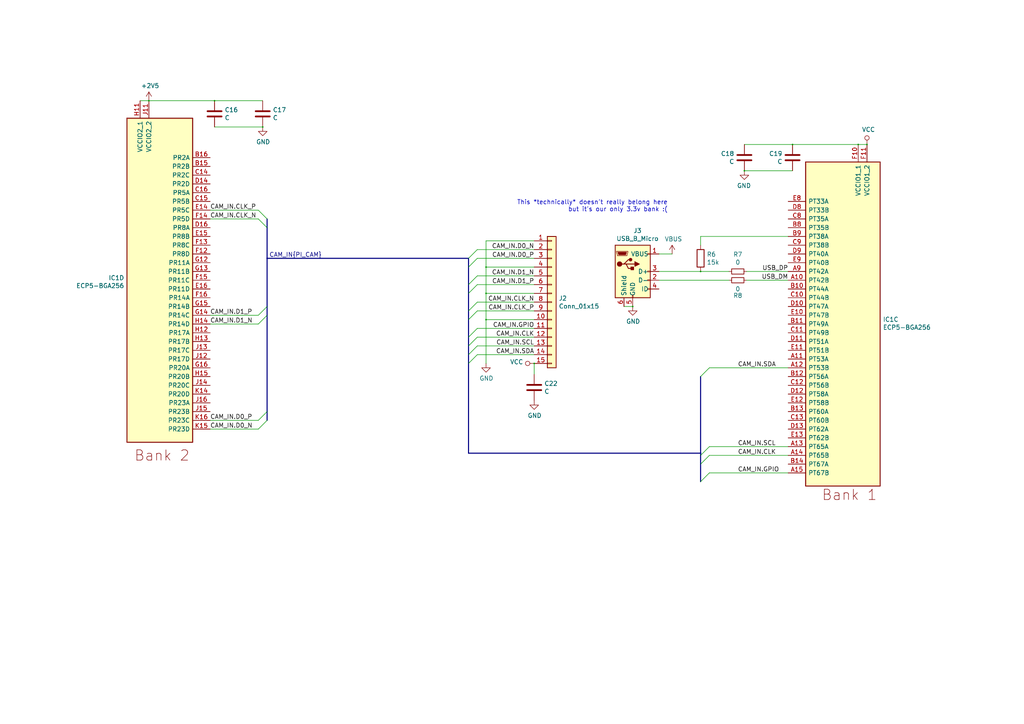
<source format=kicad_sch>
(kicad_sch (version 20200820) (host eeschema "5.99.0-unknown-35eda030a~103~ubuntu20.04.1")
  (page 2 6)
  (paper "A4")
  (lib_symbols
    (symbol "Connector:USB_B_Micro"
      (property "Reference" "J" (at -5.08 11.43 0))
      (property "Value" "USB_B_Micro" (at -5.08 8.89 0))
      (symbol "USB_B_Micro_0_1"
        (circle (center -3.81 2.159) (radius 0.635) (stroke (width 0.254)) (fill (type outline)))
        (circle (center -0.635 3.429) (radius 0.381) (stroke (width 0.254)) (fill (type outline)))
        (rectangle (start -5.08 -7.62) (end 5.08 7.62) (stroke (width 0.254)) (fill (type background)))
        (rectangle (start -0.127 -7.62) (end 0.127 -6.858))
        (rectangle (start 0.254 1.27) (end -0.508 0.508) (stroke (width 0.254)) (fill (type outline)))
        (rectangle (start 5.08 -5.207) (end 4.318 -4.953))
        (rectangle (start 5.08 -2.667) (end 4.318 -2.413))
        (rectangle (start 5.08 -0.127) (end 4.318 0.127))
        (rectangle (start 5.08 4.953) (end 4.318 5.207))
        (polyline (pts (xy -1.905 2.159) (xy 0.635 2.159)) (stroke (width 0.254)))
        (polyline (pts (xy -3.175 2.159) (xy -2.54 2.159) (xy -1.27 3.429) (xy -0.635 3.429)) (stroke (width 0.254)))
        (polyline (pts (xy -2.54 2.159) (xy -1.905 2.159) (xy -1.27 0.889) (xy 0 0.889)) (stroke (width 0.254)))
        (polyline (pts (xy 0.635 2.794) (xy 0.635 1.524) (xy 1.905 2.159) (xy 0.635 2.794)) (stroke (width 0.254)) (fill (type outline)))
        (polyline (pts (xy -4.318 5.588) (xy -1.778 5.588) (xy -2.032 4.826) (xy -4.064 4.826) (xy -4.318 5.588)) (fill (type outline)))
        (polyline (pts (xy -4.699 5.842) (xy -4.699 5.588) (xy -4.445 4.826) (xy -4.445 4.572) (xy -1.651 4.572) (xy -1.651 4.826) (xy -1.397 5.588) (xy -1.397 5.842) (xy -4.699 5.842)))
      )
      (symbol "USB_B_Micro_1_1"
        (pin power_out line (at 7.62 5.08 180) (length 2.54) (name "VBUS") (number "1"))
        (pin passive line (at 7.62 -2.54 180) (length 2.54) (name "D-") (number "2"))
        (pin passive line (at 7.62 0 180) (length 2.54) (name "D+") (number "3"))
        (pin passive line (at 7.62 -5.08 180) (length 2.54) (name "ID") (number "4"))
        (pin power_out line (at 0 -10.16 90) (length 2.54) (name "GND") (number "5"))
        (pin passive line (at -2.54 -10.16 90) (length 2.54) (name "Shield") (number "6"))
      )
    )
    (symbol "Connector_Generic:Conn_01x15" (pin_names hide)
      (property "Reference" "J" (at 0 20.32 0))
      (property "Value" "Conn_01x15" (at 0 -20.32 0))
      (symbol "Conn_01x15_1_1"
        (rectangle (start -1.27 -4.953) (end 0 -5.207) (stroke (width 0.1524)))
        (rectangle (start -1.27 -7.493) (end 0 -7.747) (stroke (width 0.1524)))
        (rectangle (start -1.27 -10.033) (end 0 -10.287) (stroke (width 0.1524)))
        (rectangle (start -1.27 -12.573) (end 0 -12.827) (stroke (width 0.1524)))
        (rectangle (start -1.27 -15.113) (end 0 -15.367) (stroke (width 0.1524)))
        (rectangle (start -1.27 -17.653) (end 0 -17.907) (stroke (width 0.1524)))
        (rectangle (start -1.27 -2.413) (end 0 -2.667) (stroke (width 0.1524)))
        (rectangle (start -1.27 2.667) (end 0 2.413) (stroke (width 0.1524)))
        (rectangle (start -1.27 5.207) (end 0 4.953) (stroke (width 0.1524)))
        (rectangle (start -1.27 7.747) (end 0 7.493) (stroke (width 0.1524)))
        (rectangle (start -1.27 10.287) (end 0 10.033) (stroke (width 0.1524)))
        (rectangle (start -1.27 0.127) (end 0 -0.127) (stroke (width 0.1524)))
        (rectangle (start -1.27 12.827) (end 0 12.573) (stroke (width 0.1524)))
        (rectangle (start -1.27 15.367) (end 0 15.113) (stroke (width 0.1524)))
        (rectangle (start -1.27 17.907) (end 0 17.653) (stroke (width 0.1524)))
        (rectangle (start -1.27 19.05) (end 1.27 -19.05) (stroke (width 0.254)) (fill (type background)))
        (pin passive line (at -5.08 17.78 0) (length 3.81) (name "Pin_1") (number "1"))
        (pin passive line (at -5.08 -5.08 0) (length 3.81) (name "Pin_10") (number "10"))
        (pin passive line (at -5.08 -7.62 0) (length 3.81) (name "Pin_11") (number "11"))
        (pin passive line (at -5.08 -10.16 0) (length 3.81) (name "Pin_12") (number "12"))
        (pin passive line (at -5.08 -12.7 0) (length 3.81) (name "Pin_13") (number "13"))
        (pin passive line (at -5.08 -15.24 0) (length 3.81) (name "Pin_14") (number "14"))
        (pin passive line (at -5.08 -17.78 0) (length 3.81) (name "Pin_15") (number "15"))
        (pin passive line (at -5.08 15.24 0) (length 3.81) (name "Pin_2") (number "2"))
        (pin passive line (at -5.08 12.7 0) (length 3.81) (name "Pin_3") (number "3"))
        (pin passive line (at -5.08 10.16 0) (length 3.81) (name "Pin_4") (number "4"))
        (pin passive line (at -5.08 7.62 0) (length 3.81) (name "Pin_5") (number "5"))
        (pin passive line (at -5.08 5.08 0) (length 3.81) (name "Pin_6") (number "6"))
        (pin passive line (at -5.08 2.54 0) (length 3.81) (name "Pin_7") (number "7"))
        (pin passive line (at -5.08 0 0) (length 3.81) (name "Pin_8") (number "8"))
        (pin passive line (at -5.08 -2.54 0) (length 3.81) (name "Pin_9") (number "9"))
      )
    )
    (symbol "Device:C" (pin_numbers hide) (pin_names (offset 0.254))
      (property "Reference" "C" (at 0.635 2.54 0))
      (property "Value" "C" (at 0.635 -2.54 0))
      (symbol "C_0_1"
        (polyline (pts (xy -2.032 -0.762) (xy 2.032 -0.762)) (stroke (width 0.508)))
        (polyline (pts (xy -2.032 0.762) (xy 2.032 0.762)) (stroke (width 0.508)))
      )
      (symbol "C_1_1"
        (pin passive line (at 0 3.81 270) (length 2.794) (name "~") (number "1"))
        (pin passive line (at 0 -3.81 90) (length 2.794) (name "~") (number "2"))
      )
    )
    (symbol "Device:R" (pin_numbers hide) (pin_names (offset 0))
      (property "Reference" "R" (at 2.032 0 90))
      (property "Value" "R" (at 0 0 90))
      (symbol "R_0_1"
        (rectangle (start -1.016 -2.54) (end 1.016 2.54) (stroke (width 0.254)))
      )
      (symbol "R_1_1"
        (pin passive line (at 0 3.81 270) (length 1.27) (name "~") (number "1"))
        (pin passive line (at 0 -3.81 90) (length 1.27) (name "~") (number "2"))
      )
    )
    (symbol "Device:R_Small" (pin_numbers hide) (pin_names (offset 0.254) hide)
      (property "Reference" "R" (at 0.762 0.508 0))
      (property "Value" "R_Small" (at 0.762 -1.016 0))
      (symbol "R_Small_0_1"
        (rectangle (start -0.762 1.778) (end 0.762 -1.778) (stroke (width 0.2032)))
      )
      (symbol "R_Small_1_1"
        (pin passive line (at 0 2.54 270) (length 0.762) (name "~") (number "1"))
        (pin passive line (at 0 -2.54 90) (length 0.762) (name "~") (number "2"))
      )
    )
    (symbol "mini_mipi:ECP5-BGA256" (pin_names (offset 0.762))
      (property "Reference" "IC" (at -2.54 1.27 0))
      (property "Value" "ECP5-BGA256" (at 10.16 1.27 0))
      (symbol "ECP5-BGA256_8_0"
        (text "(Config)" (at 13.97 -97.79 0) (effects (font (size 2.9972 2.9972))))
        (text "Bank 8" (at 13.97 -92.71 0) (effects (font (size 2.9972 2.9972))))
      )
      (symbol "ECP5-BGA256_1_1"
        (text "FPGA Supplies" (at 19.05 -76.2 0) (effects (font (size 2.9972 2.9972))))
        (pin power_in line (at 38.1 -2.54 180) (length 5.08) (name "GND_1") (number "A1"))
        (pin power_in line (at 38.1 -5.08 180) (length 5.08) (name "GND_2") (number "A16"))
        (pin power_in line (at 38.1 -10.16 180) (length 5.08) (name "GND_4") (number "D15"))
        (pin power_in line (at 38.1 -7.62 180) (length 5.08) (name "GND_3") (number "D2"))
        (pin power_in line (at 38.1 -12.7 180) (length 5.08) (name "GND_5") (number "F8"))
        (pin power_in line (at 38.1 -15.24 180) (length 5.08) (name "GND_6") (number "F9"))
        (pin power_in line (at 38.1 -20.32 180) (length 5.08) (name "GND_8") (number "G10"))
        (pin power_in line (at 0 -66.04 0) (length 5.08) (name "VCCAUX_1") (number "G11"))
        (pin power_in line (at 0 -2.54 0) (length 5.08) (name "VCC_1") (number "G6"))
        (pin power_in line (at 0 -5.08 0) (length 5.08) (name "VCC_2") (number "G7"))
        (pin power_in line (at 38.1 -17.78 180) (length 5.08) (name "GND_7") (number "G8"))
        (pin power_in line (at 0 -7.62 0) (length 5.08) (name "VCC_3") (number "G9"))
        (pin power_in line (at 38.1 -22.86 180) (length 5.08) (name "GND_9") (number "H1"))
        (pin power_in line (at 38.1 -30.48 180) (length 5.08) (name "GND_12") (number "H10"))
        (pin power_in line (at 38.1 -33.02 180) (length 5.08) (name "GND_13") (number "H16"))
        (pin power_in line (at 38.1 -25.4 180) (length 5.08) (name "GND_10") (number "H8"))
        (pin power_in line (at 38.1 -27.94 180) (length 5.08) (name "GND_11") (number "H9"))
        (pin power_in line (at 38.1 -40.64 180) (length 5.08) (name "GND_16") (number "J10"))
        (pin power_in line (at 38.1 -35.56 180) (length 5.08) (name "GND_14") (number "J8"))
        (pin power_in line (at 38.1 -38.1 180) (length 5.08) (name "GND_15") (number "J9"))
        (pin power_in line (at 38.1 -53.34 180) (length 5.08) (name "GND_21") (number "K10"))
        (pin power_in line (at 38.1 -43.18 180) (length 5.08) (name "GND_17") (number "K6"))
        (pin power_in line (at 38.1 -45.72 180) (length 5.08) (name "GND_18") (number "K7"))
        (pin power_in line (at 38.1 -48.26 180) (length 5.08) (name "GND_19") (number "K8"))
        (pin power_in line (at 38.1 -50.8 180) (length 5.08) (name "GND_20") (number "K9"))
        (pin power_in line (at 0 -15.24 0) (length 5.08) (name "VCC_6") (number "L10"))
        (pin power_in line (at 0 -68.58 0) (length 5.08) (name "VCCAUX_2") (number "L7"))
        (pin power_in line (at 0 -10.16 0) (length 5.08) (name "VCC_4") (number "L8"))
        (pin power_in line (at 0 -12.7 0) (length 5.08) (name "VCC_5") (number "L9"))
        (pin power_in line (at 38.1 -58.42 180) (length 5.08) (name "GND_23") (number "N15"))
        (pin power_in line (at 38.1 -55.88 180) (length 5.08) (name "GND_22") (number "N2"))
        (pin power_in line (at 38.1 -60.96 180) (length 5.08) (name "GND_24") (number "T1"))
        (pin power_in line (at 38.1 -66.04 180) (length 5.08) (name "GND_26") (number "T12"))
        (pin bidirectional line (at 38.1 -68.58 180) (length 5.08) (name "GND_27") (number "T16"))
        (pin power_in line (at 38.1 -63.5 180) (length 5.08) (name "GND_25") (number "T5"))
      )
      (symbol "ECP5-BGA256_2_1"
        (text "Bank 0" (at 10.16 -78.74 0) (effects (font (size 2.9972 2.9972))))
        (rectangle (start 0 0) (end 19.05 -74.93) (stroke (width 0.3048)) (fill (type background)))
        (pin bidirectional line (at 24.13 -11.43 180) (length 5.08) (name "PT4A") (number "A2"))
        (pin bidirectional line (at 24.13 -16.51 180) (length 5.08) (name "PT6A") (number "A3"))
        (pin bidirectional line (at 24.13 -19.05 180) (length 5.08) (name "PT6B") (number "A4"))
        (pin bidirectional line (at 24.13 -43.18 180) (length 5.08) (name "PT18A") (number "A5"))
        (pin bidirectional line (at 24.13 -45.72 180) (length 5.08) (name "PT18B") (number "A6"))
        (pin bidirectional line (at 24.13 -68.58 180) (length 5.08) (name "PT29A") (number "A7"))
        (pin bidirectional line (at 24.13 -71.12 180) (length 5.08) (name "PT29B") (number "A8"))
        (pin bidirectional line (at 24.13 -13.97 180) (length 5.08) (name "PT4B") (number "B3"))
        (pin bidirectional line (at 24.13 -29.21 180) (length 5.08) (name "PT11B") (number "B4"))
        (pin bidirectional line (at 24.13 -39.37 180) (length 5.08) (name "PT15B") (number "B5"))
        (pin bidirectional line (at 24.13 -55.88 180) (length 5.08) (name "PT22B") (number "B6"))
        (pin bidirectional line (at 24.13 -66.04 180) (length 5.08) (name "PT27B") (number "B7"))
        (pin bidirectional line (at 24.13 -26.67 180) (length 5.08) (name "PT11A") (number "C4"))
        (pin bidirectional line (at 24.13 -36.83 180) (length 5.08) (name "PT15A") (number "C5"))
        (pin bidirectional line (at 24.13 -53.34 180) (length 5.08) (name "PT22A") (number "C6"))
        (pin bidirectional line (at 24.13 -63.5 180) (length 5.08) (name "PT27A") (number "C7"))
        (pin bidirectional line (at 24.13 -24.13 180) (length 5.08) (name "PT9B") (number "D4"))
        (pin bidirectional line (at 24.13 -34.29 180) (length 5.08) (name "PT13B") (number "D5"))
        (pin bidirectional line (at 24.13 -50.8 180) (length 5.08) (name "PT20B") (number "D6"))
        (pin bidirectional line (at 24.13 -60.96 180) (length 5.08) (name "PT24B") (number "D7"))
        (pin bidirectional line (at 24.13 -21.59 180) (length 5.08) (name "PT9A") (number "E4"))
        (pin bidirectional line (at 24.13 -31.75 180) (length 5.08) (name "PT13A") (number "E5"))
        (pin bidirectional line (at 24.13 -48.26 180) (length 5.08) (name "PT20A") (number "E6"))
        (pin bidirectional line (at 24.13 -58.42 180) (length 5.08) (name "PT24A") (number "E7"))
        (pin power_in line (at 7.62 5.08 270) (length 5.08) (name "VCCIO0_1") (number "F6"))
        (pin power_in line (at 5.08 5.08 270) (length 5.08) (name "VCCIO0_2") (number "F7"))
      )
      (symbol "ECP5-BGA256_3_1"
        (text "Bank 1" (at 8.89 -96.52 0) (effects (font (size 2.9972 2.9972))))
        (pin bidirectional line (at 26.67 -34.29 180) (length 5.08) (name "PT42B") (number "A10"))
        (pin bidirectional line (at 26.67 -57.15 180) (length 5.08) (name "PT53A") (number "A11"))
        (pin bidirectional line (at 26.67 -59.69 180) (length 5.08) (name "PT53B") (number "A12"))
        (pin bidirectional line (at 26.67 -82.55 180) (length 5.08) (name "PT65A") (number "A13"))
        (pin bidirectional line (at 26.67 -85.09 180) (length 5.08) (name "PT65B") (number "A14"))
        (pin bidirectional line (at 26.67 -90.17 180) (length 5.08) (name "PT67B") (number "A15"))
        (pin bidirectional line (at 26.67 -31.75 180) (length 5.08) (name "PT42A") (number "A9"))
        (pin bidirectional line (at 26.67 -36.83 180) (length 5.08) (name "PT44A") (number "B10"))
        (pin bidirectional line (at 26.67 -46.99 180) (length 5.08) (name "PT49A") (number "B11"))
        (pin bidirectional line (at 26.67 -62.23 180) (length 5.08) (name "PT56A") (number "B12"))
        (pin bidirectional line (at 26.67 -72.39 180) (length 5.08) (name "PT60A") (number "B13"))
        (pin bidirectional line (at 26.67 -87.63 180) (length 5.08) (name "PT67A") (number "B14"))
        (pin bidirectional line (at 26.67 -19.05 180) (length 5.08) (name "PT35B") (number "B8"))
        (pin bidirectional line (at 26.67 -21.59 180) (length 5.08) (name "PT38A") (number "B9"))
        (pin bidirectional line (at 26.67 -39.37 180) (length 5.08) (name "PT44B") (number "C10"))
        (pin bidirectional line (at 26.67 -49.53 180) (length 5.08) (name "PT49B") (number "C11"))
        (pin bidirectional line (at 26.67 -64.77 180) (length 5.08) (name "PT56B") (number "C12"))
        (pin bidirectional line (at 26.67 -74.93 180) (length 5.08) (name "PT60B") (number "C13"))
        (pin bidirectional line (at 26.67 -16.51 180) (length 5.08) (name "PT35A") (number "C8"))
        (pin bidirectional line (at 26.67 -24.13 180) (length 5.08) (name "PT38B") (number "C9"))
        (pin bidirectional line (at 26.67 -41.91 180) (length 5.08) (name "PT47A") (number "D10"))
        (pin bidirectional line (at 26.67 -52.07 180) (length 5.08) (name "PT51A") (number "D11"))
        (pin bidirectional line (at 26.67 -67.31 180) (length 5.08) (name "PT58A") (number "D12"))
        (pin bidirectional line (at 26.67 -77.47 180) (length 5.08) (name "PT62A") (number "D13"))
        (pin bidirectional line (at 26.67 -13.97 180) (length 5.08) (name "PT33B") (number "D8"))
        (pin bidirectional line (at 26.67 -26.67 180) (length 5.08) (name "PT40A") (number "D9"))
        (pin bidirectional line (at 26.67 -44.45 180) (length 5.08) (name "PT47B") (number "E10"))
        (pin bidirectional line (at 26.67 -54.61 180) (length 5.08) (name "PT51B") (number "E11"))
        (pin bidirectional line (at 26.67 -69.85 180) (length 5.08) (name "PT58B") (number "E12"))
        (pin bidirectional line (at 26.67 -80.01 180) (length 5.08) (name "PT62B") (number "E13"))
        (pin bidirectional line (at 26.67 -11.43 180) (length 5.08) (name "PT33A") (number "E8"))
        (pin bidirectional line (at 26.67 -29.21 180) (length 5.08) (name "PT40B") (number "E9"))
        (pin power_in line (at 6.35 5.08 270) (length 5.08) (name "VCCIO1_1") (number "F10"))
        (pin power_in line (at 3.81 5.08 270) (length 5.08) (name "VCCIO1_2") (number "F11"))
      )
      (symbol "ECP5-BGA256_4_1"
        (text "Bank 2" (at 10.16 -97.79 0) (effects (font (size 2.9972 2.9972))))
        (rectangle (start 0 0) (end 19.05 -93.98) (stroke (width 0.3048)) (fill (type background)))
        (pin bidirectional line (at 24.13 -13.97 180) (length 5.08) (name "PR2B") (number "B15"))
        (pin bidirectional line (at 24.13 -11.43 180) (length 5.08) (name "PR2A") (number "B16"))
        (pin bidirectional line (at 24.13 -16.51 180) (length 5.08) (name "PR2C") (number "C14"))
        (pin bidirectional line (at 24.13 -24.13 180) (length 5.08) (name "PR5B") (number "C15"))
        (pin bidirectional line (at 24.13 -21.59 180) (length 5.08) (name "PR5A") (number "C16"))
        (pin bidirectional line (at 24.13 -19.05 180) (length 5.08) (name "PR2D") (number "D14"))
        (pin bidirectional line (at 24.13 -31.75 180) (length 5.08) (name "PR8A") (number "D16"))
        (pin bidirectional line (at 24.13 -26.67 180) (length 5.08) (name "PR5C") (number "E14"))
        (pin bidirectional line (at 24.13 -34.29 180) (length 5.08) (name "PR8B") (number "E15"))
        (pin bidirectional line (at 24.13 -49.53 180) (length 5.08) (name "PR11D") (number "E16"))
        (pin bidirectional line (at 24.13 -39.37 180) (length 5.08) (name "PR8D") (number "F12"))
        (pin bidirectional line (at 24.13 -36.83 180) (length 5.08) (name "PR8C") (number "F13"))
        (pin bidirectional line (at 24.13 -29.21 180) (length 5.08) (name "PR5D") (number "F14"))
        (pin bidirectional line (at 24.13 -46.99 180) (length 5.08) (name "PR11C") (number "F15"))
        (pin bidirectional line (at 24.13 -52.07 180) (length 5.08) (name "PR14A") (number "F16"))
        (pin bidirectional line (at 24.13 -41.91 180) (length 5.08) (name "PR11A") (number "G12"))
        (pin bidirectional line (at 24.13 -44.45 180) (length 5.08) (name "PR11B") (number "G13"))
        (pin bidirectional line (at 24.13 -57.15 180) (length 5.08) (name "PR14C") (number "G14"))
        (pin bidirectional line (at 24.13 -54.61 180) (length 5.08) (name "PR14B") (number "G15"))
        (pin bidirectional line (at 24.13 -72.39 180) (length 5.08) (name "PR20A") (number "G16"))
        (pin power_in line (at 3.81 5.08 270) (length 5.08) (name "VCCIO2_1") (number "H11"))
        (pin bidirectional line (at 24.13 -62.23 180) (length 5.08) (name "PR17A") (number "H12"))
        (pin bidirectional line (at 24.13 -64.77 180) (length 5.08) (name "PR17B") (number "H13"))
        (pin bidirectional line (at 24.13 -59.69 180) (length 5.08) (name "PR14D") (number "H14"))
        (pin bidirectional line (at 24.13 -74.93 180) (length 5.08) (name "PR20B") (number "H15"))
        (pin power_in line (at 6.35 5.08 270) (length 5.08) (name "VCCIO2_2") (number "J11"))
        (pin bidirectional line (at 24.13 -69.85 180) (length 5.08) (name "PR17D") (number "J12"))
        (pin bidirectional line (at 24.13 -67.31 180) (length 5.08) (name "PR17C") (number "J13"))
        (pin bidirectional line (at 24.13 -77.47 180) (length 5.08) (name "PR20C") (number "J14"))
        (pin bidirectional line (at 24.13 -85.09 180) (length 5.08) (name "PR23B") (number "J15"))
        (pin bidirectional line (at 24.13 -82.55 180) (length 5.08) (name "PR23A") (number "J16"))
        (pin bidirectional line (at 24.13 -80.01 180) (length 5.08) (name "PR20D") (number "K14"))
        (pin bidirectional line (at 24.13 -90.17 180) (length 5.08) (name "PR23D") (number "K15"))
        (pin bidirectional line (at 24.13 -87.63 180) (length 5.08) (name "PR23C") (number "K16"))
      )
      (symbol "ECP5-BGA256_5_1"
        (text "Bank 3" (at 15.24 -96.52 0) (effects (font (size 2.9972 2.9972))))
        (pin power_in line (at 3.81 5.08 270) (length 5.08) (name "VCCIO3_1") (number "K11"))
        (pin bidirectional line (at 25.4 -22.86 180) (length 5.08) (name "PR29B") (number "K12"))
        (pin bidirectional line (at 25.4 -20.32 180) (length 5.08) (name "PR29A") (number "K13"))
        (pin power_in line (at 6.35 5.08 270) (length 5.08) (name "VCCIO3_2") (number "L11"))
        (pin bidirectional line (at 25.4 -27.94 180) (length 5.08) (name "PR29D") (number "L12"))
        (pin bidirectional line (at 25.4 -25.4 180) (length 5.08) (name "PR29C") (number "L13"))
        (pin bidirectional line (at 25.4 -35.56 180) (length 5.08) (name "PR32C") (number "L14"))
        (pin bidirectional line (at 25.4 -12.7 180) (length 5.08) (name "PR26B") (number "L15"))
        (pin bidirectional line (at 25.4 -10.16 180) (length 5.08) (name "PR26A") (number "L16"))
        (pin bidirectional line (at 25.4 -81.28 180) (length 5.08) (name "PR47A") (number "M11"))
        (pin bidirectional line (at 25.4 -76.2 180) (length 5.08) (name "PR44C") (number "M12"))
        (pin bidirectional line (at 25.4 -45.72 180) (length 5.08) (name "PR35C") (number "M13"))
        (pin bidirectional line (at 25.4 -38.1 180) (length 5.08) (name "PR32D") (number "M14"))
        (pin bidirectional line (at 25.4 -17.78 180) (length 5.08) (name "PR26D") (number "M15"))
        (pin bidirectional line (at 25.4 -15.24 180) (length 5.08) (name "PR26C") (number "M16"))
        (pin bidirectional line (at 25.4 -83.82 180) (length 5.08) (name "PR47B") (number "N11"))
        (pin bidirectional line (at 25.4 -78.74 180) (length 5.08) (name "PR44D") (number "N12"))
        (pin bidirectional line (at 25.4 -50.8 180) (length 5.08) (name "PR38A") (number "N13"))
        (pin bidirectional line (at 25.4 -48.26 180) (length 5.08) (name "PR35D") (number "N14"))
        (pin bidirectional line (at 25.4 -30.48 180) (length 5.08) (name "PR32A") (number "N16"))
        (pin bidirectional line (at 25.4 -86.36 180) (length 5.08) (name "PR47C") (number "P11"))
        (pin bidirectional line (at 25.4 -88.9 180) (length 5.08) (name "PR47D") (number "P12"))
        (pin bidirectional line (at 25.4 -60.96 180) (length 5.08) (name "PR41A") (number "P13"))
        (pin bidirectional line (at 25.4 -53.34 180) (length 5.08) (name "PR38B") (number "P14"))
        (pin bidirectional line (at 25.4 -33.02 180) (length 5.08) (name "PR32B") (number "P15"))
        (pin bidirectional line (at 25.4 -40.64 180) (length 5.08) (name "PR35A") (number "P16"))
        (pin bidirectional line (at 25.4 -71.12 180) (length 5.08) (name "PR44A") (number "R12"))
        (pin bidirectional line (at 25.4 -66.04 180) (length 5.08) (name "PR41C") (number "R13"))
        (pin bidirectional line (at 25.4 -63.5 180) (length 5.08) (name "PR41B") (number "R14"))
        (pin bidirectional line (at 25.4 -55.88 180) (length 5.08) (name "PR38C") (number "R15"))
        (pin bidirectional line (at 25.4 -43.18 180) (length 5.08) (name "PR35B") (number "R16"))
        (pin bidirectional line (at 25.4 -73.66 180) (length 5.08) (name "PR44B") (number "T13"))
        (pin bidirectional line (at 25.4 -68.58 180) (length 5.08) (name "PR41D") (number "T14"))
        (pin bidirectional line (at 25.4 -58.42 180) (length 5.08) (name "PR38D") (number "T15"))
      )
      (symbol "ECP5-BGA256_6_1"
        (text "Bank 6" (at 11.43 -110.49 0) (effects (font (size 2.9972 2.9972))))
        (rectangle (start 0 0) (end 19.05 -106.68) (stroke (width 0.3048)) (fill (type background)))
        (pin power_in line (at 3.81 5.08 270) (length 5.08) (name "VCCIO6_1") (number "J6"))
        (pin power_in line (at 6.35 5.08 270) (length 5.08) (name "VCCIO6_2") (number "J7"))
        (pin bidirectional line (at 24.13 -25.4 180) (length 5.08) (name "PL29A") (number "K4"))
        (pin bidirectional line (at 24.13 -27.94 180) (length 5.08) (name "PL29B") (number "K5"))
        (pin bidirectional line (at 24.13 -13.97 180) (length 5.08) (name "PL26A") (number "L1"))
        (pin bidirectional line (at 24.13 -16.51 180) (length 5.08) (name "PL26B") (number "L2"))
        (pin bidirectional line (at 24.13 -41.91 180) (length 5.08) (name "PL32C") (number "L3"))
        (pin bidirectional line (at 24.13 -30.48 180) (length 5.08) (name "PL29C") (number "L4"))
        (pin bidirectional line (at 24.13 -33.02 180) (length 5.08) (name "PL29D") (number "L5"))
        (pin bidirectional line (at 24.13 -19.05 180) (length 5.08) (name "PL26C") (number "M1"))
        (pin bidirectional line (at 24.13 -21.59 180) (length 5.08) (name "PL26D") (number "M2"))
        (pin bidirectional line (at 24.13 -44.45 180) (length 5.08) (name "PL32D") (number "M3"))
        (pin bidirectional line (at 24.13 -53.34 180) (length 5.08) (name "PL35C") (number "M4"))
        (pin bidirectional line (at 24.13 -78.74 180) (length 5.08) (name "PL44C") (number "M5"))
        (pin bidirectional line (at 24.13 -96.52 180) (length 5.08) (name "PL47A") (number "M6"))
        (pin bidirectional line (at 24.13 -36.83 180) (length 5.08) (name "PL32A") (number "N1"))
        (pin bidirectional line (at 24.13 -55.88 180) (length 5.08) (name "PL35D") (number "N3"))
        (pin bidirectional line (at 24.13 -60.96 180) (length 5.08) (name "PL38A") (number "N4"))
        (pin bidirectional line (at 24.13 -81.28 180) (length 5.08) (name "PL44D") (number "N5"))
        (pin bidirectional line (at 24.13 -99.06 180) (length 5.08) (name "PL47B") (number "N6"))
        (pin bidirectional line (at 24.13 -48.26 180) (length 5.08) (name "PL35A") (number "P1"))
        (pin bidirectional line (at 24.13 -39.37 180) (length 5.08) (name "PL32B") (number "P2"))
        (pin bidirectional line (at 24.13 -63.5 180) (length 5.08) (name "PL38B") (number "P3"))
        (pin bidirectional line (at 24.13 -85.09 180) (length 5.08) (name "PL41A") (number "P4"))
        (pin bidirectional line (at 24.13 -101.6 180) (length 5.08) (name "PL47D") (number "P5"))
        (pin bidirectional line (at 24.13 -104.14 180) (length 5.08) (name "PL47C") (number "P6"))
        (pin bidirectional line (at 24.13 -50.8 180) (length 5.08) (name "PL35B") (number "R1"))
        (pin bidirectional line (at 24.13 -66.04 180) (length 5.08) (name "PL38C") (number "R2"))
        (pin bidirectional line (at 24.13 -87.63 180) (length 5.08) (name "PL41B") (number "R3"))
        (pin bidirectional line (at 24.13 -90.17 180) (length 5.08) (name "PL41C") (number "R4"))
        (pin bidirectional line (at 24.13 -73.66 180) (length 5.08) (name "PL44A") (number "R5"))
        (pin bidirectional line (at 24.13 -68.58 180) (length 5.08) (name "PL38D") (number "T2"))
        (pin bidirectional line (at 24.13 -92.71 180) (length 5.08) (name "PL41D") (number "T3"))
        (pin bidirectional line (at 24.13 -76.2 180) (length 5.08) (name "PL44B") (number "T4"))
      )
      (symbol "ECP5-BGA256_7_1"
        (text "Bank 7" (at 12.7 -113.03 0) (effects (font (size 2.9972 2.9972))))
        (rectangle (start 0 0) (end 20.32 -109.22) (stroke (width 0.3048)) (fill (type background)))
        (pin bidirectional line (at 25.4 -10.16 180) (length 5.08) (name "PL2A") (number "B1"))
        (pin bidirectional line (at 25.4 -12.7 180) (length 5.08) (name "PL2B") (number "B2"))
        (pin bidirectional line (at 25.4 -22.86 180) (length 5.08) (name "PL5A") (number "C1"))
        (pin bidirectional line (at 25.4 -25.4 180) (length 5.08) (name "PL5B") (number "C2"))
        (pin bidirectional line (at 25.4 -15.24 180) (length 5.08) (name "PL2C") (number "C3"))
        (pin bidirectional line (at 25.4 -35.56 180) (length 5.08) (name "PL8A") (number "D1"))
        (pin bidirectional line (at 25.4 -17.78 180) (length 5.08) (name "PL2D") (number "D3"))
        (pin bidirectional line (at 25.4 -54.61 180) (length 5.08) (name "PL11D") (number "E1"))
        (pin bidirectional line (at 25.4 -38.1 180) (length 5.08) (name "PL8B") (number "E2"))
        (pin bidirectional line (at 25.4 -27.94 180) (length 5.08) (name "PL5C") (number "E3"))
        (pin bidirectional line (at 25.4 -59.69 180) (length 5.08) (name "PL14A") (number "F1"))
        (pin bidirectional line (at 25.4 -52.07 180) (length 5.08) (name "PL11C") (number "F2"))
        (pin bidirectional line (at 25.4 -30.48 180) (length 5.08) (name "PL5D") (number "F3"))
        (pin bidirectional line (at 25.4 -40.64 180) (length 5.08) (name "PL8C") (number "F4"))
        (pin bidirectional line (at 25.4 -43.18 180) (length 5.08) (name "PL8D") (number "F5"))
        (pin bidirectional line (at 25.4 -82.55 180) (length 5.08) (name "PL20A") (number "G1"))
        (pin bidirectional line (at 25.4 -62.23 180) (length 5.08) (name "PL14B") (number "G2"))
        (pin bidirectional line (at 25.4 -64.77 180) (length 5.08) (name "PL14C") (number "G3"))
        (pin bidirectional line (at 25.4 -49.53 180) (length 5.08) (name "PL11B") (number "G4"))
        (pin bidirectional line (at 25.4 -46.99 180) (length 5.08) (name "PL11A") (number "G5"))
        (pin bidirectional line (at 25.4 -85.09 180) (length 5.08) (name "PL20B") (number "H2"))
        (pin bidirectional line (at 25.4 -67.31 180) (length 5.08) (name "PL14D") (number "H3"))
        (pin bidirectional line (at 25.4 -73.66 180) (length 5.08) (name "PL17B") (number "H4"))
        (pin bidirectional line (at 25.4 -71.12 180) (length 5.08) (name "PL17A") (number "H5"))
        (pin power_in line (at 7.62 5.08 270) (length 5.08) (name "VCCIO7_1") (number "H6"))
        (pin power_in line (at 5.08 5.08 270) (length 5.08) (name "VCCIO7_2") (number "H7"))
        (pin bidirectional line (at 25.4 -95.25 180) (length 5.08) (name "PL23A") (number "J1"))
        (pin bidirectional line (at 25.4 -97.79 180) (length 5.08) (name "PL23B") (number "J2"))
        (pin bidirectional line (at 25.4 -87.63 180) (length 5.08) (name "PL20C") (number "J3"))
        (pin bidirectional line (at 25.4 -76.2 180) (length 5.08) (name "PL17C") (number "J4"))
        (pin bidirectional line (at 25.4 -78.74 180) (length 5.08) (name "PL17D") (number "J5"))
        (pin bidirectional line (at 25.4 -100.33 180) (length 5.08) (name "PL23C") (number "K1"))
        (pin bidirectional line (at 25.4 -102.87 180) (length 5.08) (name "PL23D") (number "K2"))
        (pin bidirectional line (at 25.4 -90.17 180) (length 5.08) (name "PL20D") (number "K3"))
      )
      (symbol "ECP5-BGA256_1_0"
        (rectangle (start 5.08 0) (end 33.02 -71.12) (stroke (width 0.3048)) (fill (type background)))
      )
      (symbol "ECP5-BGA256_3_0"
        (rectangle (start 0 0) (end 21.59 -93.98) (stroke (width 0.3048)) (fill (type background)))
      )
      (symbol "ECP5-BGA256_5_0"
        (rectangle (start 0 0) (end 20.32 -91.44) (stroke (width 0.3048)) (fill (type background)))
      )
      (symbol "ECP5-BGA256_8_1"
        (rectangle (start 0 0) (end 21.59 -88.9) (stroke (width 0.3048)) (fill (type background)))
        (pin power_in line (at 5.08 5.08 270) (length 5.08) (name "VCCIO8") (number "L6"))
        (pin output line (at 26.67 -57.15 180) (length 5.08) (name "TDO") (number "M10"))
        (pin bidirectional line (at 26.67 -24.13 180) (length 5.08) (name "D2/PB9B") (number "M7"))
        (pin bidirectional line (at 26.67 -39.37 180) (length 5.08) (name "DOUT/CSON/PB15B") (number "M8"))
        (pin bidirectional line (at 26.67 -41.91 180) (length 5.08) (name "WRITEEN/PB18A") (number "M9"))
        (pin input line (at 26.67 -68.58 180) (length 5.08) (name "CFG_0") (number "N10"))
        (pin bidirectional line (at 26.67 -21.59 180) (length 5.08) (name "D3/PB9A") (number "N7"))
        (pin bidirectional line (at 26.67 -36.83 180) (length 5.08) (name "HOLDN/CSN/PB15A") (number "N8"))
        (pin bidirectional line (at 26.67 -63.5 180) (length 5.08) (name "MCLK/SCLK/CCLK") (number "N9"))
        (pin input line (at 26.67 -71.12 180) (length 5.08) (name "CFG_1") (number "P10"))
        (pin bidirectional line (at 26.67 -19.05 180) (length 5.08) (name "D4/COPI2/PB6B") (number "P7"))
        (pin bidirectional line (at 26.67 -34.29 180) (length 5.08) (name "CS1N/PB13B") (number "P8"))
        (pin bidirectional line (at 26.67 -80.01 180) (length 5.08) (name "DONE") (number "P9"))
        (pin input line (at 26.67 -73.66 180) (length 5.08) (name "CFG_2") (number "R10"))
        (pin input line (at 26.67 -54.61 180) (length 5.08) (name "TDI") (number "R11"))
        (pin bidirectional line (at 26.67 -13.97 180) (length 5.08) (name "D6/PB4B") (number "R6"))
        (pin bidirectional line (at 26.67 -16.51 180) (length 5.08) (name "D5/CIPO2/PB6A") (number "R7"))
        (pin bidirectional line (at 26.67 -31.75 180) (length 5.08) (name "SN/CSN/PB13A") (number "R8"))
        (pin bidirectional line (at 26.67 -85.09 180) (length 5.08) (name "PROGRAMN") (number "R9"))
        (pin input line (at 26.67 -52.07 180) (length 5.08) (name "TCK") (number "T10"))
        (pin input line (at 26.67 -49.53 180) (length 5.08) (name "TMS") (number "T11"))
        (pin bidirectional line (at 26.67 -11.43 180) (length 5.08) (name "D7/PB4A") (number "T6"))
        (pin bidirectional line (at 26.67 -26.67 180) (length 5.08) (name "D1/CIPO/PB11A") (number "T7"))
        (pin bidirectional line (at 26.67 -29.21 180) (length 5.08) (name "D0/COPI/PB11B") (number "T8"))
        (pin bidirectional line (at 26.67 -82.55 180) (length 5.08) (name "INITN") (number "T9"))
      )
    )
    (symbol "power:+2V5" (power) (pin_names (offset 0))
      (property "Value" "+2V5" (at 0 3.556 0))
      (symbol "+2V5_0_1"
        (polyline (pts (xy -0.762 1.27) (xy 0 2.54)))
        (polyline (pts (xy 0 0) (xy 0 2.54)))
        (polyline (pts (xy 0 2.54) (xy 0.762 1.27)))
      )
      (symbol "+2V5_1_1"
        (pin power_in line (at 0 0 90) (length 0) hide (name "+2V5") (number "1"))
      )
    )
    (symbol "power:GND" (power) (pin_names (offset 0))
      (property "Value" "GND" (at 0 -3.81 0))
      (symbol "GND_0_1"
        (polyline (pts (xy 0 0) (xy 0 -1.27) (xy 1.27 -1.27) (xy 0 -2.54) (xy -1.27 -1.27) (xy 0 -1.27)))
      )
      (symbol "GND_1_1"
        (pin power_in line (at 0 0 270) (length 0) hide (name "GND") (number "1"))
      )
    )
    (symbol "power:VBUS" (power) (pin_names (offset 0))
      (property "Value" "VBUS" (at 0 3.81 0))
      (symbol "VBUS_0_1"
        (polyline (pts (xy -0.762 1.27) (xy 0 2.54)))
        (polyline (pts (xy 0 0) (xy 0 2.54)))
        (polyline (pts (xy 0 2.54) (xy 0.762 1.27)))
      )
      (symbol "VBUS_1_1"
        (pin power_in line (at 0 0 90) (length 0) hide (name "VBUS") (number "1"))
      )
    )
    (symbol "power:VCC" (power) (pin_names (offset 0))
      (property "Value" "VCC" (at 0 3.81 0))
      (symbol "VCC_0_1"
        (circle (center 0 1.905) (radius 0.635))
        (polyline (pts (xy 0 0) (xy 0 1.27)))
      )
      (symbol "VCC_1_1"
        (pin power_in line (at 0 0 90) (length 0) hide (name "VCC") (number "1"))
      )
    )
  )
  (bus_alias "PI_CAM" (members "D0_P" "D0_N" "D1_P" "D1_N" "CLK_P" "CLK_N" "GPIO" "CLK" "SCL" "SDA"))
  (junction (at 43.18 29.21) (diameter 0.3048))
  (junction (at 62.23 29.21) (diameter 0.3048))
  (junction (at 76.2 36.83) (diameter 0.3048))
  (junction (at 140.97 77.47) (diameter 0.3048))
  (junction (at 140.97 85.09) (diameter 0.3048))
  (junction (at 140.97 92.71) (diameter 0.3048))
  (junction (at 154.94 105.41) (diameter 0.3048))
  (junction (at 183.515 88.9) (diameter 0.3048))
  (junction (at 203.2 78.74) (diameter 0.3048))
  (junction (at 215.9 49.53) (diameter 0.3048))
  (junction (at 229.87 41.91) (diameter 0.3048))
  (junction (at 248.92 41.91) (diameter 0.3048))
  (junction (at 251.46 41.91) (diameter 0.3048))
  (junction (at 77.47 74.93) (diameter 0.3048))
  (junction (at 203.2 131.445) (diameter 0.3048))
  (bus_entry (at 74.93 60.96) (size 2.54 2.54) (stroke (width 0.1524)))
  (bus_entry (at 74.93 63.5) (size 2.54 2.54) (stroke (width 0.1524)))
  (bus_entry (at 74.93 91.44) (size 2.54 -2.54) (stroke (width 0.1524)))
  (bus_entry (at 74.93 93.98) (size 2.54 -2.54) (stroke (width 0.1524)))
  (bus_entry (at 74.93 121.92) (size 2.54 -2.54) (stroke (width 0.1524)))
  (bus_entry (at 74.93 124.46) (size 2.54 -2.54) (stroke (width 0.1524)))
  (bus_entry (at 138.43 72.39) (size -2.54 2.54) (stroke (width 0.1524)))
  (bus_entry (at 138.43 74.93) (size -2.54 2.54) (stroke (width 0.1524)))
  (bus_entry (at 138.43 80.01) (size -2.54 2.54) (stroke (width 0.1524)))
  (bus_entry (at 138.43 82.55) (size -2.54 2.54) (stroke (width 0.1524)))
  (bus_entry (at 138.43 87.63) (size -2.54 2.54) (stroke (width 0.1524)))
  (bus_entry (at 138.43 90.17) (size -2.54 2.54) (stroke (width 0.1524)))
  (bus_entry (at 138.43 95.25) (size -2.54 2.54) (stroke (width 0.1524)))
  (bus_entry (at 138.43 97.79) (size -2.54 2.54) (stroke (width 0.1524)))
  (bus_entry (at 138.43 100.33) (size -2.54 2.54) (stroke (width 0.1524)))
  (bus_entry (at 138.43 102.87) (size -2.54 2.54) (stroke (width 0.1524)))
  (bus_entry (at 203.2 109.22) (size 2.54 -2.54) (stroke (width 0.1524)))
  (bus_entry (at 203.2 132.08) (size 2.54 -2.54) (stroke (width 0.1524)))
  (bus_entry (at 203.2 134.62) (size 2.54 -2.54) (stroke (width 0.1524)))
  (bus_entry (at 203.2 139.7) (size 2.54 -2.54) (stroke (width 0.1524)))
  (wire (pts (xy 40.64 29.21) (xy 43.18 29.21)))
  (wire (pts (xy 43.18 29.21) (xy 62.23 29.21)))
  (wire (pts (xy 60.96 60.96) (xy 74.93 60.96)))
  (wire (pts (xy 60.96 63.5) (xy 74.93 63.5)))
  (wire (pts (xy 60.96 91.44) (xy 74.93 91.44)))
  (wire (pts (xy 60.96 93.98) (xy 74.93 93.98)))
  (wire (pts (xy 60.96 121.92) (xy 74.93 121.92)))
  (wire (pts (xy 60.96 124.46) (xy 74.93 124.46)))
  (wire (pts (xy 62.23 29.21) (xy 76.2 29.21)))
  (wire (pts (xy 62.23 36.83) (xy 76.2 36.83)))
  (wire (pts (xy 138.43 72.39) (xy 154.94 72.39)))
  (wire (pts (xy 138.43 74.93) (xy 154.94 74.93)))
  (wire (pts (xy 138.43 80.01) (xy 154.94 80.01)))
  (wire (pts (xy 138.43 82.55) (xy 154.94 82.55)))
  (wire (pts (xy 138.43 87.63) (xy 154.94 87.63)))
  (wire (pts (xy 138.43 90.17) (xy 154.94 90.17)))
  (wire (pts (xy 138.43 95.25) (xy 154.94 95.25)))
  (wire (pts (xy 138.43 97.79) (xy 154.94 97.79)))
  (wire (pts (xy 138.43 100.33) (xy 154.94 100.33)))
  (wire (pts (xy 138.43 102.87) (xy 154.94 102.87)))
  (wire (pts (xy 140.97 69.85) (xy 140.97 77.47)))
  (wire (pts (xy 140.97 69.85) (xy 154.94 69.85)))
  (wire (pts (xy 140.97 77.47) (xy 140.97 85.09)))
  (wire (pts (xy 140.97 77.47) (xy 154.94 77.47)))
  (wire (pts (xy 140.97 85.09) (xy 140.97 92.71)))
  (wire (pts (xy 140.97 85.09) (xy 154.94 85.09)))
  (wire (pts (xy 140.97 92.71) (xy 140.97 105.41)))
  (wire (pts (xy 140.97 92.71) (xy 154.94 92.71)))
  (wire (pts (xy 154.94 105.41) (xy 154.94 108.585)))
  (wire (pts (xy 180.975 88.9) (xy 183.515 88.9)))
  (wire (pts (xy 191.135 73.66) (xy 194.945 73.66)))
  (wire (pts (xy 191.135 78.74) (xy 203.2 78.74)))
  (wire (pts (xy 191.135 81.28) (xy 211.455 81.28)))
  (wire (pts (xy 203.2 68.58) (xy 228.6 68.58)))
  (wire (pts (xy 203.2 71.12) (xy 203.2 68.58)))
  (wire (pts (xy 203.2 78.74) (xy 211.455 78.74)))
  (wire (pts (xy 205.74 106.68) (xy 228.6 106.68)))
  (wire (pts (xy 205.74 129.54) (xy 228.6 129.54)))
  (wire (pts (xy 205.74 132.08) (xy 228.6 132.08)))
  (wire (pts (xy 205.74 137.16) (xy 228.6 137.16)))
  (wire (pts (xy 216.535 78.74) (xy 228.6 78.74)))
  (wire (pts (xy 216.535 81.28) (xy 228.6 81.28)))
  (wire (pts (xy 229.87 41.91) (xy 215.9 41.91)))
  (wire (pts (xy 229.87 49.53) (xy 215.9 49.53)))
  (wire (pts (xy 248.92 41.91) (xy 229.87 41.91)))
  (wire (pts (xy 248.92 41.91) (xy 251.46 41.91)))
  (bus (pts (xy 77.47 63.5) (xy 77.47 66.04)))
  (bus (pts (xy 77.47 66.04) (xy 77.47 74.93)))
  (bus (pts (xy 77.47 74.93) (xy 77.47 88.9)))
  (bus (pts (xy 77.47 88.9) (xy 77.47 91.44)))
  (bus (pts (xy 77.47 91.44) (xy 77.47 119.38)))
  (bus (pts (xy 77.47 119.38) (xy 77.47 121.92)))
  (bus (pts (xy 135.89 74.93) (xy 77.47 74.93)))
  (bus (pts (xy 135.89 74.93) (xy 135.89 77.47)))
  (bus (pts (xy 135.89 77.47) (xy 135.89 82.55)))
  (bus (pts (xy 135.89 82.55) (xy 135.89 85.09)))
  (bus (pts (xy 135.89 85.09) (xy 135.89 90.17)))
  (bus (pts (xy 135.89 90.17) (xy 135.89 92.71)))
  (bus (pts (xy 135.89 92.71) (xy 135.89 97.79)))
  (bus (pts (xy 135.89 97.79) (xy 135.89 100.33)))
  (bus (pts (xy 135.89 100.33) (xy 135.89 102.87)))
  (bus (pts (xy 135.89 102.87) (xy 135.89 105.41)))
  (bus (pts (xy 135.89 105.41) (xy 135.89 131.445)))
  (bus (pts (xy 135.89 131.445) (xy 203.2 131.445)))
  (bus (pts (xy 203.2 109.22) (xy 203.2 131.445)))
  (bus (pts (xy 203.2 131.445) (xy 203.2 132.08)))
  (bus (pts (xy 203.2 132.08) (xy 203.2 134.62)))
  (bus (pts (xy 203.2 134.62) (xy 203.2 139.7)))
  (text "This *technically* doesn't really belong here\nbut it's our only 3.3v bank :(" (at 193.675 61.595 0) (effects (font (size 1.27 1.27)) (justify right bottom)))
  (label "CAM_IN.CLK_P" (at 60.96 60.96 0))
  (label "CAM_IN.CLK_N" (at 60.96 63.5 0))
  (label "CAM_IN.D1_P" (at 60.96 91.44 0))
  (label "CAM_IN.D1_N" (at 60.96 93.98 0))
  (label "CAM_IN.D0_P" (at 60.96 121.92 0))
  (label "CAM_IN.D0_N" (at 60.96 124.46 0))
  (label "CAM_IN{PI_CAM}" (at 93.345 74.93 180))
  (label "CAM_IN.D0_N" (at 154.94 72.39 180))
  (label "CAM_IN.D0_P" (at 154.94 74.93 180))
  (label "CAM_IN.D1_N" (at 154.94 80.01 180))
  (label "CAM_IN.D1_P" (at 154.94 82.55 180))
  (label "CAM_IN.CLK_N" (at 154.94 87.63 180))
  (label "CAM_IN.CLK_P" (at 154.94 90.17 180))
  (label "CAM_IN.GPIO" (at 154.94 95.25 180))
  (label "CAM_IN.CLK" (at 154.94 97.79 180))
  (label "CAM_IN.SCL" (at 154.94 100.33 180))
  (label "CAM_IN.SDA" (at 154.94 102.87 180))
  (label "CAM_IN.SDA" (at 213.995 106.68 0))
  (label "CAM_IN.SCL" (at 213.995 129.54 0))
  (label "CAM_IN.CLK" (at 213.995 132.08 0))
  (label "CAM_IN.GPIO" (at 213.995 137.16 0))
  (label "USB_DP" (at 228.6 78.74 180))
  (label "USB_DM" (at 228.6 81.28 180))
  (symbol (lib_id "power:VCC") (at 154.94 105.41 90) (unit 1)
    (property "Reference" "#PWR0130" (effects hide))
    (property "Value" "VCC" (at 151.7649 104.9782 90) (effects (justify left)))
  )
  (symbol (lib_id "power:VCC") (at 251.46 41.91 0) (unit 1)
    (property "Reference" "#PWR0136" (effects hide))
    (property "Value" "VCC" (at 251.8918 37.5856 0))
  )
  (symbol (lib_id "power:+2V5") (at 43.18 29.21 0) (unit 1)
    (property "Reference" "#PWR0132" (effects hide))
    (property "Value" "+2V5" (at 43.5483 24.8856 0))
  )
  (symbol (lib_id "power:VBUS") (at 194.945 73.66 0) (unit 1)
    (property "Reference" "#PWR0135" (effects hide))
    (property "Value" "VBUS" (at 195.3133 69.3356 0))
  )
  (symbol (lib_id "power:GND") (at 76.2 36.83 0) (unit 1)
    (property "Reference" "#PWR0133" (effects hide))
    (property "Value" "GND" (at 76.3143 41.1544 0))
  )
  (symbol (lib_id "power:GND") (at 140.97 105.41 0) (unit 1)
    (property "Reference" "#PWR0131" (effects hide))
    (property "Value" "GND" (at 141.0843 109.7344 0))
  )
  (symbol (lib_id "power:GND") (at 154.94 116.205 0) (unit 1)
    (property "Reference" "#PWR0151" (effects hide))
    (property "Value" "GND" (at 155.0543 120.5294 0))
  )
  (symbol (lib_id "power:GND") (at 183.515 88.9 0) (unit 1)
    (property "Reference" "#PWR0134" (effects hide))
    (property "Value" "GND" (at 183.6293 93.2244 0))
  )
  (symbol (lib_id "power:GND") (at 215.9 49.53 0) (mirror y) (unit 1)
    (property "Reference" "#PWR0137" (effects hide))
    (property "Value" "GND" (at 215.7857 53.8544 0))
  )
  (symbol (lib_id "Device:R_Small") (at 213.995 78.74 90) (unit 1)
    (property "Reference" "R7" (at 213.995 73.7932 90))
    (property "Value" "0" (at 213.995 76.092 90))
    (property "Footprint" "Resistor_SMD:R_0402_1005Metric" (effects hide))
  )
  (symbol (lib_id "Device:R_Small") (at 213.995 81.28 270) (mirror x) (unit 1)
    (property "Reference" "R8" (at 213.995 85.725 90))
    (property "Value" "0" (at 213.995 83.82 90))
    (property "Footprint" "Resistor_SMD:R_0402_1005Metric" (effects hide))
  )
  (symbol (lib_id "Device:R") (at 203.2 74.93 0) (unit 1)
    (property "Reference" "R6" (at 204.9781 73.7806 0) (effects (justify left)))
    (property "Value" "15k" (at 204.978 76.079 0) (effects (justify left)))
    (property "Footprint" "Resistor_SMD:R_0402_1005Metric" (effects hide))
  )
  (symbol (lib_id "Device:C") (at 62.23 33.02 0) (unit 1)
    (property "Reference" "C16" (at 65.1511 31.8706 0) (effects (justify left)))
    (property "Value" "C" (at 65.1511 34.1693 0) (effects (justify left)))
    (property "Footprint" "Capacitor_SMD:C_0402_1005Metric" (effects hide))
  )
  (symbol (lib_id "Device:C") (at 76.2 33.02 0) (unit 1)
    (property "Reference" "C17" (at 79.1211 31.8706 0) (effects (justify left)))
    (property "Value" "C" (at 79.1211 34.1693 0) (effects (justify left)))
    (property "Footprint" "Capacitor_SMD:C_0402_1005Metric" (effects hide))
  )
  (symbol (lib_id "Device:C") (at 154.94 112.395 0) (unit 1)
    (property "Reference" "C22" (at 157.8611 111.2456 0) (effects (justify left)))
    (property "Value" "C" (at 157.8611 113.5443 0) (effects (justify left)))
    (property "Footprint" "Capacitor_SMD:C_0805_2012Metric" (effects hide))
  )
  (symbol (lib_id "Device:C") (at 215.9 45.72 0) (mirror y) (unit 1)
    (property "Reference" "C18" (at 212.9789 44.5706 0) (effects (justify left)))
    (property "Value" "C" (at 212.9789 46.8693 0) (effects (justify left)))
    (property "Footprint" "Capacitor_SMD:C_0402_1005Metric" (effects hide))
  )
  (symbol (lib_id "Device:C") (at 229.87 45.72 0) (mirror y) (unit 1)
    (property "Reference" "C19" (at 226.9489 44.5706 0) (effects (justify left)))
    (property "Value" "C" (at 226.9489 46.8693 0) (effects (justify left)))
    (property "Footprint" "Capacitor_SMD:C_0402_1005Metric" (effects hide))
  )
  (symbol (lib_id "Connector:USB_B_Micro") (at 183.515 78.74 0) (unit 1)
    (property "Reference" "J3" (at 184.912 66.9098 0))
    (property "Value" "USB_B_Micro" (at 184.912 69.2085 0))
    (property "Footprint" "Connector_USB:USB_Micro-B_Wuerth_629105150521" (effects hide))
  )
  (symbol (lib_id "Connector_Generic:Conn_01x15") (at 160.02 87.63 0) (unit 1)
    (property "Reference" "J2" (at 162.0521 86.5314 0) (effects (justify left)))
    (property "Value" "Conn_01x15" (at 162.0521 88.8301 0) (effects (justify left)))
    (property "Footprint" "mini-mipi:AMPHENOL_SFW15R-1STE1LF" (effects hide))
  )
  (symbol (lib_id "mini_mipi:ECP5-BGA256") (at 36.83 34.29 0) (unit 4)
    (property "Reference" "IC1" (at 36.0426 80.5919 0) (effects (justify right)))
    (property "Value" "ECP5-BGA256" (at 36.0426 82.8906 0) (effects (justify right)))
    (property "Footprint" "mini-mipi:BGA256C80P16X16_1400X1400X170" (effects hide))
    (property "Description" "FPGA - Field Programmable Gate Array ECP5; 12k LUTs; 1.1V" (effects hide))
    (property "Height" "1.7" (effects hide))
    (property "Manufacturer_Name" "Lattice" (effects hide))
    (property "Manufacturer_Part_Number" "LFE5U-12F-6BG256C" (effects hide))
    (property "Mouser Part Number" "842-LFE5U12F6BG256C" (effects hide))
    (property "Mouser Price/Stock" "https://www.mouser.com/Search/Refine.aspx?Keyword=842-LFE5U12F6BG256C" (effects hide))
  )
  (symbol (lib_id "mini_mipi:ECP5-BGA256") (at 255.27 46.99 0) (mirror y) (unit 3)
    (property "Reference" "IC1" (at 256.0575 92.6569 0) (effects (justify right)))
    (property "Value" "ECP5-BGA256" (at 256.0575 94.9556 0) (effects (justify right)))
    (property "Footprint" "mini-mipi:BGA256C80P16X16_1400X1400X170" (effects hide))
    (property "Description" "FPGA - Field Programmable Gate Array ECP5; 12k LUTs; 1.1V" (effects hide))
    (property "Height" "1.7" (effects hide))
    (property "Manufacturer_Name" "Lattice" (effects hide))
    (property "Manufacturer_Part_Number" "LFE5U-12F-6BG256C" (effects hide))
    (property "Mouser Part Number" "842-LFE5U12F6BG256C" (effects hide))
    (property "Mouser Price/Stock" "https://www.mouser.com/Search/Refine.aspx?Keyword=842-LFE5U12F6BG256C" (effects hide))
  )
)
</source>
